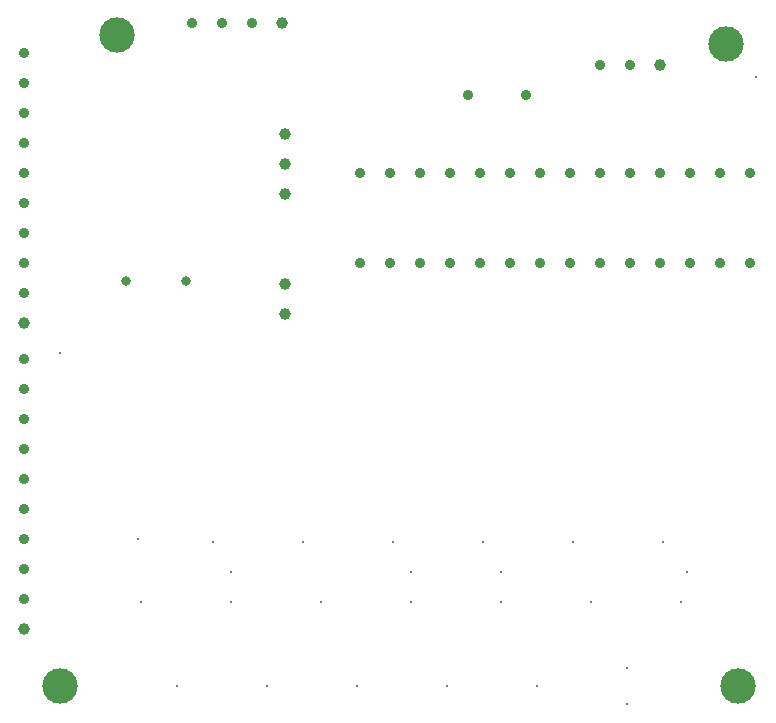
<source format=gbr>
G04 Generated by Ultiboard 14.2 *
%FSLAX24Y24*%
%MOIN*%

%ADD10C,0.0001*%
%ADD11C,0.0350*%
%ADD12C,0.0392*%
%ADD13C,0.1181*%
%ADD14C,0.0118*%
%ADD15C,0.0315*%
%ADD16C,0.0394*%


G04 ColorRGB 000000 for the following layer *
%LNDrill-Copper Top-Copper Bottom*%
%LPD*%
G54D11*
X13600Y15600D03*
X19600Y15600D03*
X22600Y15600D03*
X24600Y15600D03*
X23600Y15600D03*
X21600Y15600D03*
X20600Y15600D03*
X16600Y15600D03*
X18600Y15600D03*
X17600Y15600D03*
X15600Y15600D03*
X14600Y15600D03*
X11600Y15600D03*
X12600Y15600D03*
X13600Y18600D03*
X19600Y18600D03*
X22600Y18600D03*
X24600Y18600D03*
X23600Y18600D03*
X21600Y18600D03*
X20600Y18600D03*
X16600Y18600D03*
X18600Y18600D03*
X17600Y18600D03*
X15600Y18600D03*
X14600Y18600D03*
X11600Y18600D03*
X12600Y18600D03*
X400Y6400D03*
X400Y5400D03*
X400Y4400D03*
X400Y8400D03*
X400Y7400D03*
X400Y9400D03*
X400Y11400D03*
X400Y10400D03*
X400Y12400D03*
X400Y16600D03*
X400Y15600D03*
X400Y14600D03*
X400Y18600D03*
X400Y17600D03*
X400Y19600D03*
X400Y21600D03*
X400Y20600D03*
X400Y22600D03*
X15200Y21200D03*
X17117Y21200D03*
X20600Y22200D03*
X19600Y22200D03*
X7000Y23600D03*
X8000Y23600D03*
X6000Y23600D03*
G54D12*
X400Y3400D03*
X400Y13600D03*
X21600Y22200D03*
X9000Y23600D03*
G54D13*
X1600Y1500D03*
X24200Y1500D03*
X23800Y22900D03*
X3500Y23200D03*
G54D14*
X20500Y900D03*
X5500Y1500D03*
X8500Y1500D03*
X11500Y1500D03*
X14500Y1500D03*
X17500Y1500D03*
X20500Y2100D03*
X4300Y4300D03*
X7300Y4300D03*
X10300Y4300D03*
X13300Y4300D03*
X16300Y4300D03*
X19300Y4300D03*
X22300Y4300D03*
X7300Y5300D03*
X13300Y5300D03*
X16300Y5300D03*
X22500Y5300D03*
X4200Y6400D03*
X9700Y6300D03*
X12700Y6300D03*
X15700Y6300D03*
X18700Y6300D03*
X21700Y6300D03*
X1600Y12600D03*
X24800Y21800D03*
X6700Y6300D03*
G54D15*
X5800Y15000D03*
X3800Y15000D03*
G54D16*
X9100Y13900D03*
X9100Y14900D03*
X9100Y17900D03*
X9100Y18900D03*
X9100Y19900D03*

M02*

</source>
